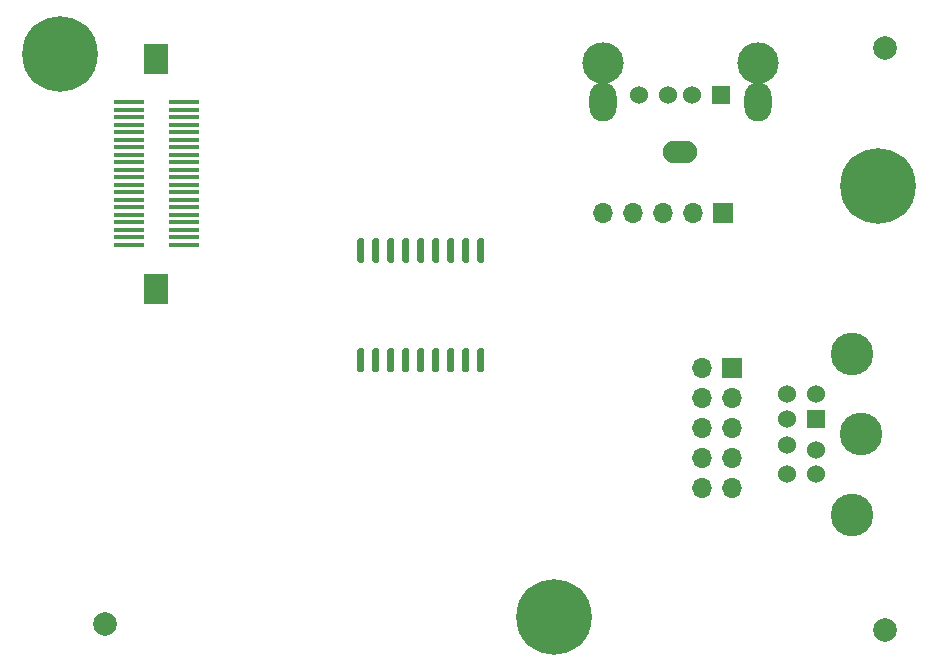
<source format=gbs>
%TF.GenerationSoftware,KiCad,Pcbnew,5.1.10-88a1d61d58~89~ubuntu20.04.1*%
%TF.CreationDate,2021-10-06T22:40:21-05:00*%
%TF.ProjectId,serial_rewind_d2,73657269-616c-45f7-9265-77696e645f64,rev?*%
%TF.SameCoordinates,Original*%
%TF.FileFunction,Soldermask,Bot*%
%TF.FilePolarity,Negative*%
%FSLAX46Y46*%
G04 Gerber Fmt 4.6, Leading zero omitted, Abs format (unit mm)*
G04 Created by KiCad (PCBNEW 5.1.10-88a1d61d58~89~ubuntu20.04.1) date 2021-10-06 22:40:21*
%MOMM*%
%LPD*%
G01*
G04 APERTURE LIST*
%ADD10C,2.000000*%
%ADD11R,2.500000X0.350000*%
%ADD12R,2.000000X2.500000*%
%ADD13R,1.700000X1.700000*%
%ADD14O,1.700000X1.700000*%
%ADD15C,6.400000*%
%ADD16C,3.601600*%
%ADD17C,1.524000*%
%ADD18C,3.500000*%
%ADD19R,1.524000X1.524000*%
%ADD20O,2.300000X3.300000*%
%ADD21O,2.900000X1.900000*%
G04 APERTURE END LIST*
D10*
%TO.C,FID6*%
X122428000Y-102108000D03*
%TD*%
%TO.C,FID4*%
X56388000Y-150876000D03*
%TD*%
%TO.C,FID2*%
X122428000Y-151384000D03*
%TD*%
D11*
%TO.C,J1*%
X63090000Y-106703000D03*
X58390000Y-106703000D03*
X63090000Y-107338000D03*
X58390000Y-107338000D03*
X63090000Y-107973000D03*
X58390000Y-107973000D03*
X63090000Y-108608000D03*
X58390000Y-108608000D03*
X63090000Y-109243000D03*
X58390000Y-109243000D03*
X63090000Y-109878000D03*
X58390000Y-109878000D03*
X63090000Y-110513000D03*
X58390000Y-110513000D03*
X63090000Y-111148000D03*
X58390000Y-111148000D03*
X63090000Y-111783000D03*
X58390000Y-111783000D03*
X63090000Y-112418000D03*
X58390000Y-112418000D03*
X63090000Y-113053000D03*
X58390000Y-113053000D03*
X63090000Y-113688000D03*
X58390000Y-113688000D03*
X63090000Y-114323000D03*
X58390000Y-114323000D03*
X63090000Y-114958000D03*
X58390000Y-114958000D03*
X63090000Y-115593000D03*
X58390000Y-115593000D03*
X63090000Y-116228000D03*
X58390000Y-116228000D03*
X63090000Y-116863000D03*
X58390000Y-116863000D03*
X63090000Y-117498000D03*
X58390000Y-117498000D03*
X63090000Y-118133000D03*
X58390000Y-118133000D03*
X63090000Y-118768000D03*
X58390000Y-118768000D03*
D12*
X60740000Y-103000000D03*
X60740000Y-122470000D03*
%TD*%
D13*
%TO.C,J4*%
X109474000Y-129222500D03*
D14*
X106934000Y-129222500D03*
X109474000Y-131762500D03*
X106934000Y-131762500D03*
X109474000Y-134302500D03*
X106934000Y-134302500D03*
X109474000Y-136842500D03*
X106934000Y-136842500D03*
X109474000Y-139382500D03*
X106934000Y-139382500D03*
%TD*%
D13*
%TO.C,J6*%
X108712000Y-116078000D03*
D14*
X106172000Y-116078000D03*
X103632000Y-116078000D03*
X101092000Y-116078000D03*
X98552000Y-116078000D03*
%TD*%
%TO.C,U1*%
G36*
G01*
X88351500Y-129563500D02*
X88051500Y-129563500D01*
G75*
G02*
X87901500Y-129413500I0J150000D01*
G01*
X87901500Y-127663500D01*
G75*
G02*
X88051500Y-127513500I150000J0D01*
G01*
X88351500Y-127513500D01*
G75*
G02*
X88501500Y-127663500I0J-150000D01*
G01*
X88501500Y-129413500D01*
G75*
G02*
X88351500Y-129563500I-150000J0D01*
G01*
G37*
G36*
G01*
X87081500Y-129563500D02*
X86781500Y-129563500D01*
G75*
G02*
X86631500Y-129413500I0J150000D01*
G01*
X86631500Y-127663500D01*
G75*
G02*
X86781500Y-127513500I150000J0D01*
G01*
X87081500Y-127513500D01*
G75*
G02*
X87231500Y-127663500I0J-150000D01*
G01*
X87231500Y-129413500D01*
G75*
G02*
X87081500Y-129563500I-150000J0D01*
G01*
G37*
G36*
G01*
X85811500Y-129563500D02*
X85511500Y-129563500D01*
G75*
G02*
X85361500Y-129413500I0J150000D01*
G01*
X85361500Y-127663500D01*
G75*
G02*
X85511500Y-127513500I150000J0D01*
G01*
X85811500Y-127513500D01*
G75*
G02*
X85961500Y-127663500I0J-150000D01*
G01*
X85961500Y-129413500D01*
G75*
G02*
X85811500Y-129563500I-150000J0D01*
G01*
G37*
G36*
G01*
X84541500Y-129563500D02*
X84241500Y-129563500D01*
G75*
G02*
X84091500Y-129413500I0J150000D01*
G01*
X84091500Y-127663500D01*
G75*
G02*
X84241500Y-127513500I150000J0D01*
G01*
X84541500Y-127513500D01*
G75*
G02*
X84691500Y-127663500I0J-150000D01*
G01*
X84691500Y-129413500D01*
G75*
G02*
X84541500Y-129563500I-150000J0D01*
G01*
G37*
G36*
G01*
X83271500Y-129563500D02*
X82971500Y-129563500D01*
G75*
G02*
X82821500Y-129413500I0J150000D01*
G01*
X82821500Y-127663500D01*
G75*
G02*
X82971500Y-127513500I150000J0D01*
G01*
X83271500Y-127513500D01*
G75*
G02*
X83421500Y-127663500I0J-150000D01*
G01*
X83421500Y-129413500D01*
G75*
G02*
X83271500Y-129563500I-150000J0D01*
G01*
G37*
G36*
G01*
X82001500Y-129563500D02*
X81701500Y-129563500D01*
G75*
G02*
X81551500Y-129413500I0J150000D01*
G01*
X81551500Y-127663500D01*
G75*
G02*
X81701500Y-127513500I150000J0D01*
G01*
X82001500Y-127513500D01*
G75*
G02*
X82151500Y-127663500I0J-150000D01*
G01*
X82151500Y-129413500D01*
G75*
G02*
X82001500Y-129563500I-150000J0D01*
G01*
G37*
G36*
G01*
X80731500Y-129563500D02*
X80431500Y-129563500D01*
G75*
G02*
X80281500Y-129413500I0J150000D01*
G01*
X80281500Y-127663500D01*
G75*
G02*
X80431500Y-127513500I150000J0D01*
G01*
X80731500Y-127513500D01*
G75*
G02*
X80881500Y-127663500I0J-150000D01*
G01*
X80881500Y-129413500D01*
G75*
G02*
X80731500Y-129563500I-150000J0D01*
G01*
G37*
G36*
G01*
X79461500Y-129563500D02*
X79161500Y-129563500D01*
G75*
G02*
X79011500Y-129413500I0J150000D01*
G01*
X79011500Y-127663500D01*
G75*
G02*
X79161500Y-127513500I150000J0D01*
G01*
X79461500Y-127513500D01*
G75*
G02*
X79611500Y-127663500I0J-150000D01*
G01*
X79611500Y-129413500D01*
G75*
G02*
X79461500Y-129563500I-150000J0D01*
G01*
G37*
G36*
G01*
X78191500Y-129563500D02*
X77891500Y-129563500D01*
G75*
G02*
X77741500Y-129413500I0J150000D01*
G01*
X77741500Y-127663500D01*
G75*
G02*
X77891500Y-127513500I150000J0D01*
G01*
X78191500Y-127513500D01*
G75*
G02*
X78341500Y-127663500I0J-150000D01*
G01*
X78341500Y-129413500D01*
G75*
G02*
X78191500Y-129563500I-150000J0D01*
G01*
G37*
G36*
G01*
X78191500Y-120263500D02*
X77891500Y-120263500D01*
G75*
G02*
X77741500Y-120113500I0J150000D01*
G01*
X77741500Y-118363500D01*
G75*
G02*
X77891500Y-118213500I150000J0D01*
G01*
X78191500Y-118213500D01*
G75*
G02*
X78341500Y-118363500I0J-150000D01*
G01*
X78341500Y-120113500D01*
G75*
G02*
X78191500Y-120263500I-150000J0D01*
G01*
G37*
G36*
G01*
X79461500Y-120263500D02*
X79161500Y-120263500D01*
G75*
G02*
X79011500Y-120113500I0J150000D01*
G01*
X79011500Y-118363500D01*
G75*
G02*
X79161500Y-118213500I150000J0D01*
G01*
X79461500Y-118213500D01*
G75*
G02*
X79611500Y-118363500I0J-150000D01*
G01*
X79611500Y-120113500D01*
G75*
G02*
X79461500Y-120263500I-150000J0D01*
G01*
G37*
G36*
G01*
X80731500Y-120263500D02*
X80431500Y-120263500D01*
G75*
G02*
X80281500Y-120113500I0J150000D01*
G01*
X80281500Y-118363500D01*
G75*
G02*
X80431500Y-118213500I150000J0D01*
G01*
X80731500Y-118213500D01*
G75*
G02*
X80881500Y-118363500I0J-150000D01*
G01*
X80881500Y-120113500D01*
G75*
G02*
X80731500Y-120263500I-150000J0D01*
G01*
G37*
G36*
G01*
X82001500Y-120263500D02*
X81701500Y-120263500D01*
G75*
G02*
X81551500Y-120113500I0J150000D01*
G01*
X81551500Y-118363500D01*
G75*
G02*
X81701500Y-118213500I150000J0D01*
G01*
X82001500Y-118213500D01*
G75*
G02*
X82151500Y-118363500I0J-150000D01*
G01*
X82151500Y-120113500D01*
G75*
G02*
X82001500Y-120263500I-150000J0D01*
G01*
G37*
G36*
G01*
X83271500Y-120263500D02*
X82971500Y-120263500D01*
G75*
G02*
X82821500Y-120113500I0J150000D01*
G01*
X82821500Y-118363500D01*
G75*
G02*
X82971500Y-118213500I150000J0D01*
G01*
X83271500Y-118213500D01*
G75*
G02*
X83421500Y-118363500I0J-150000D01*
G01*
X83421500Y-120113500D01*
G75*
G02*
X83271500Y-120263500I-150000J0D01*
G01*
G37*
G36*
G01*
X84541500Y-120263500D02*
X84241500Y-120263500D01*
G75*
G02*
X84091500Y-120113500I0J150000D01*
G01*
X84091500Y-118363500D01*
G75*
G02*
X84241500Y-118213500I150000J0D01*
G01*
X84541500Y-118213500D01*
G75*
G02*
X84691500Y-118363500I0J-150000D01*
G01*
X84691500Y-120113500D01*
G75*
G02*
X84541500Y-120263500I-150000J0D01*
G01*
G37*
G36*
G01*
X85811500Y-120263500D02*
X85511500Y-120263500D01*
G75*
G02*
X85361500Y-120113500I0J150000D01*
G01*
X85361500Y-118363500D01*
G75*
G02*
X85511500Y-118213500I150000J0D01*
G01*
X85811500Y-118213500D01*
G75*
G02*
X85961500Y-118363500I0J-150000D01*
G01*
X85961500Y-120113500D01*
G75*
G02*
X85811500Y-120263500I-150000J0D01*
G01*
G37*
G36*
G01*
X87081500Y-120263500D02*
X86781500Y-120263500D01*
G75*
G02*
X86631500Y-120113500I0J150000D01*
G01*
X86631500Y-118363500D01*
G75*
G02*
X86781500Y-118213500I150000J0D01*
G01*
X87081500Y-118213500D01*
G75*
G02*
X87231500Y-118363500I0J-150000D01*
G01*
X87231500Y-120113500D01*
G75*
G02*
X87081500Y-120263500I-150000J0D01*
G01*
G37*
G36*
G01*
X88351500Y-120263500D02*
X88051500Y-120263500D01*
G75*
G02*
X87901500Y-120113500I0J150000D01*
G01*
X87901500Y-118363500D01*
G75*
G02*
X88051500Y-118213500I150000J0D01*
G01*
X88351500Y-118213500D01*
G75*
G02*
X88501500Y-118363500I0J-150000D01*
G01*
X88501500Y-120113500D01*
G75*
G02*
X88351500Y-120263500I-150000J0D01*
G01*
G37*
%TD*%
D15*
%TO.C,H1*%
X52590000Y-102605000D03*
%TD*%
%TO.C,H2*%
X94365000Y-150295000D03*
%TD*%
%TO.C,H3*%
X121815000Y-113820000D03*
%TD*%
D16*
%TO.C,J5*%
X119596000Y-141600000D03*
X119596000Y-128050000D03*
X120396000Y-134800000D03*
D17*
X116596000Y-136100000D03*
G36*
G01*
X115884800Y-132738000D02*
X117307200Y-132738000D01*
G75*
G02*
X117358000Y-132788800I0J-50800D01*
G01*
X117358000Y-134211200D01*
G75*
G02*
X117307200Y-134262000I-50800J0D01*
G01*
X115884800Y-134262000D01*
G75*
G02*
X115834000Y-134211200I0J50800D01*
G01*
X115834000Y-132788800D01*
G75*
G02*
X115884800Y-132738000I50800J0D01*
G01*
G37*
X116596000Y-131400000D03*
X116596000Y-138200000D03*
X114096000Y-138200000D03*
X114096000Y-131400000D03*
X114096000Y-133500000D03*
X114096000Y-135700000D03*
%TD*%
D18*
%TO.C,J2*%
X98515000Y-103378000D03*
X111655000Y-103378000D03*
D19*
X108585000Y-106088000D03*
D17*
X106085000Y-106088000D03*
X104085000Y-106088000D03*
X101585000Y-106088000D03*
D20*
X111655000Y-106688000D03*
X98515000Y-106688000D03*
D21*
X105085000Y-110868000D03*
%TD*%
M02*

</source>
